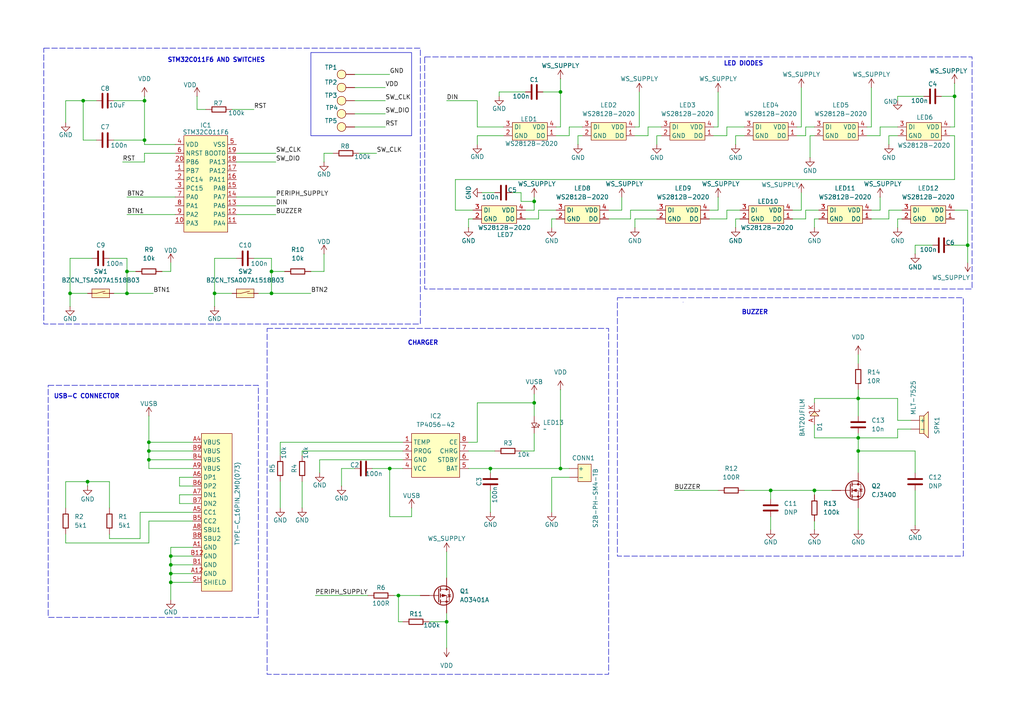
<source format=kicad_sch>
(kicad_sch (version 20231120) (generator "eeschema") (generator_version "8.0")
  (paper "A4")
  (lib_symbols
    (symbol "BornaLibrary:AO3401A" (pin_numbers hide) (pin_names hide)
      (property "Reference" "Q" (at 1.524 -3.556 0))
      (property "Value" "AO3401A" (at 3.556 0 90))
      (symbol "AO3401A_1_1"
        (pin input line (at -7.62 0 0) (length 2.54) (name "G") (number "1"))
        (pin passive line (at 0 5.08 270) (length 2.54) (name "D") (number "2"))
        (pin passive line (at 0 -5.08 90) (length 2.54) (name "S") (number "3"))
      )
    )
    (symbol "BornaLibrary:BAT20JFILM" (pin_names hide)
      (property "Reference" "D" (at 0.762 -2.286 0))
      (property "Value" "BAT20JFILM" (at 0.762 2.54 0))
      (symbol "BAT20JFILM_1_1"
        (pin passive line (at -2.54 0 0) (length 2.54) (name "A") (number "A"))
        (pin passive line (at 3.81 0 180) (length 2.54) (name "K") (number "K"))
      )
    )
    (symbol "BornaLibrary:BZCN_TSA007A1518B03" (pin_numbers hide) (pin_names hide)
      (property "Reference" "SW" (at 0 4.064 0))
      (property "Value" "BZCN_TSA007A1518B03" (at 0 2.286 0))
      (symbol "BZCN_TSA007A1518B03_1_1"
        (pin passive line (at -3.81 0 0) (length 1.27) (name "SW1") (number "1"))
        (pin passive line (at 3.81 0 180) (length 1.27) (name "SW2") (number "2"))
        (pin passive line (at 0 -1.27 0) (length 0) (name "PAD") (number "PAD"))
      )
    )
    (symbol "BornaLibrary:C0603" (pin_numbers hide) (pin_names hide)
      (property "Reference" "C?" (at 0 3.81 0))
      (property "Value" "VALUE" (at 0 -3.81 0))
      (symbol "C0603_1_1"
        (pin passive line (at -2.54 0 0) (length 1.8) (name "~") (number "1"))
        (pin passive line (at 2.54 0 180) (length 1.8) (name "~") (number "2"))
      )
    )
    (symbol "BornaLibrary:C1206" (pin_numbers hide) (pin_names hide)
      (property "Reference" "C?" (at 0 3.81 0))
      (property "Value" "VALUE" (at 0 -3.81 0))
      (symbol "C1206_1_1"
        (pin passive line (at -2.54 0 0) (length 1.8) (name "~") (number "1"))
        (pin passive line (at 2.54 0 180) (length 1.8) (name "~") (number "2"))
      )
    )
    (symbol "BornaLibrary:CJ3400" (pin_numbers hide) (pin_names hide)
      (property "Reference" "Q" (at 1.524 -4.572 0))
      (property "Value" "CJ3400" (at 3.302 0 90))
      (symbol "CJ3400_1_1"
        (pin input line (at -7.62 0 0) (length 2.54) (name "G") (number "1"))
        (pin passive line (at 0 5.08 270) (length 2.54) (name "D") (number "2"))
        (pin passive line (at 0 -5.08 90) (length 2.54) (name "S") (number "3"))
      )
    )
    (symbol "BornaLibrary:LED_0603" (pin_numbers hide) (pin_names hide)
      (property "Reference" "LED" (at 0 -1.778 0))
      (symbol "LED_0603_1_1"
        (pin passive line (at -2.54 0 0) (length 1.27) (name "A") (number "1"))
        (pin passive line (at 2.54 0 180) (length 1.27) (name "K") (number "2"))
      )
    )
    (symbol "BornaLibrary:MLT-7525" (pin_numbers hide) (pin_names (offset 0.002))
      (property "Reference" "SPK" (at 0 -4.572 0))
      (property "Value" "MLT-7525" (at 3.81 0 90))
      (symbol "MLT-7525_1_1"
        (pin passive line (at -2.54 1.27 0) (length 2.54) (name "+") (number "+"))
        (pin passive line (at -2.54 -1.27 0) (length 2.54) (name "-") (number "-"))
      )
    )
    (symbol "BornaLibrary:R0603" (pin_numbers hide) (pin_names hide)
      (property "Reference" "R?" (at 0 2.54 0))
      (property "Value" "VALUE" (at 0 -2.54 0))
      (symbol "R0603_1_1"
        (pin passive line (at -3.81 0 0) (length 1.7) (name "~") (number "1"))
        (pin passive line (at 3.81 0 180) (length 1.7) (name "~") (number "2"))
      )
    )
    (symbol "BornaLibrary:S2B-PH-SM4-TB" (pin_numbers hide) (pin_names (offset 0.002))
      (property "Reference" "CONN" (at 1.778 -3.81 0))
      (property "Value" "S2B-PH-SM4-TB" (at 0.254 3.556 0))
      (symbol "S2B-PH-SM4-TB_1_1"
        (pin input line (at -2.54 1.27 0) (length 2.54) (name "+") (number "+"))
        (pin input line (at -2.54 -1.27 0) (length 2.54) (name "-") (number "-"))
      )
    )
    (symbol "BornaLibrary:STM32C011F6"
      (property "Reference" "IC" (at -5.588 -15.24 0))
      (property "Value" "STM32C011F6" (at 0 14.986 0))
      (symbol "STM32C011F6_1_1"
        (pin passive line (at -8.89 3.81 0) (length 2.54) (name "PB7") (number "1"))
        (pin passive line (at -8.89 -11.43 0) (length 2.54) (name "PA3") (number "10"))
        (pin passive line (at 8.89 -11.43 180) (length 2.54) (name "PA4") (number "11"))
        (pin passive line (at 8.89 -8.89 180) (length 2.54) (name "PA5") (number "12"))
        (pin passive line (at 8.89 -6.35 180) (length 2.54) (name "PA6") (number "13"))
        (pin passive line (at 8.89 -3.81 180) (length 2.54) (name "PA7") (number "14"))
        (pin passive line (at 8.89 -1.27 180) (length 2.54) (name "PA8") (number "15"))
        (pin passive line (at 8.89 1.27 180) (length 2.54) (name "PA11") (number "16"))
        (pin passive line (at 8.89 3.81 180) (length 2.54) (name "PA12") (number "17"))
        (pin passive line (at 8.89 6.35 180) (length 2.54) (name "PA13") (number "18"))
        (pin passive line (at 8.89 8.89 180) (length 2.54) (name "BOOT0") (number "19"))
        (pin passive line (at -8.89 1.27 0) (length 2.54) (name "PC14") (number "2"))
        (pin passive line (at -8.89 6.35 0) (length 2.54) (name "PB6") (number "20"))
        (pin passive line (at -8.89 -1.27 0) (length 2.54) (name "PC15") (number "3"))
        (pin passive line (at -8.89 11.43 0) (length 2.54) (name "VDD") (number "4"))
        (pin passive line (at 8.89 11.43 180) (length 2.54) (name "VSS") (number "5"))
        (pin passive line (at -8.89 8.89 0) (length 2.54) (name "NRST") (number "6"))
        (pin passive line (at -8.89 -3.81 0) (length 2.54) (name "PA0") (number "7"))
        (pin passive line (at -8.89 -6.35 0) (length 2.54) (name "PA1") (number "8"))
        (pin passive line (at -8.89 -8.89 0) (length 2.54) (name "PA2") (number "9"))
      )
    )
    (symbol "BornaLibrary:TP-1_5mm" (pin_numbers hide) (pin_names hide)
      (property "Reference" "TP" (at 0 -1.778 0))
      (symbol "TP-1_5mm_1_1"
        (pin input line (at 1.27 0 180) (length 2.54) (name "TP") (number "1"))
      )
    )
    (symbol "BornaLibrary:TP4056-42"
      (property "Reference" "IC" (at -0.254 7.366 0))
      (property "Value" "TP4056-42" (at -0.254 -7.62 0))
      (symbol "TP4056-42_1_1"
        (pin passive line (at -10.16 3.81 0) (length 2.54) (name "TEMP") (number "1"))
        (pin passive line (at -10.16 1.27 0) (length 2.54) (name "PROG") (number "2"))
        (pin passive line (at -10.16 -1.27 0) (length 2.54) (name "GND") (number "3"))
        (pin passive line (at -10.16 -3.81 0) (length 2.54) (name "VCC") (number "4"))
        (pin passive line (at 8.89 -3.81 180) (length 2.54) (name "BAT") (number "5"))
        (pin passive line (at 8.89 -1.27 180) (length 2.54) (name "STDBY") (number "6"))
        (pin passive line (at 8.89 1.27 180) (length 2.54) (name "CHRG") (number "7"))
        (pin passive line (at 8.89 3.81 180) (length 2.54) (name "CE") (number "8"))
      )
    )
    (symbol "BornaLibrary:TYPE-C_16PIN_2MD(073)"
      (property "Reference" "CONN" (at -0.254 -25.908 0))
      (property "Value" "TYPE-C_16PIN_2MD(073)" (at -0.254 -24.13 0))
      (symbol "TYPE-C_16PIN_2MD(073)_1_1"
        (pin passive line (at -6.35 -10.16 0) (length 2.54) (name "GND") (number "A1"))
        (pin passive line (at -6.35 -17.78 0) (length 2.54) (name "GND") (number "A12"))
        (pin passive line (at -6.35 20.32 0) (length 2.54) (name "VBUS") (number "A4"))
        (pin passive line (at -6.35 0 0) (length 2.54) (name "CC1") (number "A5"))
        (pin passive line (at -6.35 10.16 0) (length 2.54) (name "DP1") (number "A6"))
        (pin passive line (at -6.35 5.08 0) (length 2.54) (name "DN1") (number "A7"))
        (pin passive line (at -6.35 -5.08 0) (length 2.54) (name "SBU1") (number "A8"))
        (pin passive line (at -6.35 12.7 0) (length 2.54) (name "VBUS") (number "A9"))
        (pin passive line (at -6.35 -15.24 0) (length 2.54) (name "GND") (number "B1"))
        (pin passive line (at -6.35 -12.7 0) (length 2.54) (name "GND") (number "B12"))
        (pin passive line (at -6.35 15.24 0) (length 2.54) (name "VBUS") (number "B4"))
        (pin passive line (at -6.35 -2.54 0) (length 2.54) (name "CC2") (number "B5"))
        (pin passive line (at -6.35 7.62 0) (length 2.54) (name "DP2") (number "B6"))
        (pin passive line (at -6.35 2.54 0) (length 2.54) (name "DN2") (number "B7"))
        (pin passive line (at -6.35 -7.62 0) (length 2.54) (name "SBU2") (number "B8"))
        (pin passive line (at -6.35 17.78 0) (length 2.54) (name "VBUS") (number "B9"))
        (pin passive line (at -6.35 -20.32 0) (length 2.54) (name "SHIELD") (number "SH"))
      )
    )
    (symbol "BornaLibrary:WS2812B-2020"
      (property "Reference" "LED" (at 0 3.81 0))
      (property "Value" "WS2812B-2020" (at 0.254 -3.81 0))
      (symbol "WS2812B-2020_1_1"
        (pin passive line (at 7.62 -1.27 180) (length 2.54) (name "DO") (number "1"))
        (pin passive line (at -7.62 -1.27 0) (length 2.54) (name "GND") (number "2"))
        (pin passive line (at -7.62 1.27 0) (length 2.54) (name "DI") (number "3"))
        (pin passive line (at 7.62 1.27 180) (length 2.54) (name "VDD") (number "4"))
      )
    )
    (symbol "power:GND" (power) (pin_numbers hide) (pin_names (offset 0) hide)
      (property "Value" "GND" (at 0 -3.81 0))
      (symbol "GND_1_1"
        (pin power_in line (at 0 0 270) (length 0) (name "~") (number "1"))
      )
    )
    (symbol "power:VCC" (power) (pin_numbers hide) (pin_names (offset 0) hide)
      (property "Value" "VCC" (at 0 3.556 0))
      (symbol "VCC_1_1"
        (pin power_in line (at 0 0 90) (length 0) (name "~") (number "1"))
      )
    )
    (symbol "power:VDD" (power) (pin_numbers hide) (pin_names (offset 0) hide)
      (property "Value" "VDD" (at 0 3.556 0))
      (symbol "VDD_1_1"
        (pin power_in line (at 0 0 90) (length 0) (name "~") (number "1"))
      )
    )
  )
  (junction (at 236.22 142.24))
  (junction (at 248.92 115.57))
  (junction (at 43.18 130.81))
  (junction (at 280.67 71.12))
  (junction (at 49.53 166.37))
  (junction (at 142.24 135.89))
  (junction (at 78.74 85.09))
  (junction (at 41.91 40.64))
  (junction (at 36.83 78.74))
  (junction (at 113.03 135.89))
  (junction (at 248.92 127))
  (junction (at 115.57 172.72))
  (junction (at 78.74 78.74))
  (junction (at 24.13 29.21))
  (junction (at 129.54 180.34))
  (junction (at 62.23 85.09))
  (junction (at 25.4 139.7))
  (junction (at 49.53 163.83))
  (junction (at 248.92 130.81))
  (junction (at 162.56 26.67))
  (junction (at 223.52 142.24))
  (junction (at 154.94 116.84))
  (junction (at 43.18 128.27))
  (junction (at 36.83 85.09))
  (junction (at 43.18 133.35))
  (junction (at 49.53 168.91))
  (junction (at 20.32 85.09))
  (junction (at 162.56 135.89))
  (junction (at 49.53 161.29))
  (junction (at 41.91 29.21))
  (junction (at 154.94 58.42))
  (junction (at 276.86 27.94))
  (wire (pts (xy 36.83 85.09) (xy 44.45 85.09)))
  (wire (pts (xy 151.13 130.81) (xy 154.94 130.81)))
  (wire (pts (xy 43.18 128.27) (xy 55.88 128.27)))
  (wire (pts (xy 78.74 78.74) (xy 78.74 85.09)))
  (wire (pts (xy 25.4 139.7) (xy 25.4 140.97)))
  (wire (pts (xy 52.07 143.51) (xy 52.07 146.05)))
  (wire (pts (xy 55.88 158.75) (xy 49.53 158.75)))
  (wire (pts (xy 24.13 40.64) (xy 24.13 29.21)))
  (wire (pts (xy 261.62 63.5) (xy 260.35 63.5)))
  (wire (pts (xy 162.56 135.89) (xy 165.1 135.89)))
  (wire (pts (xy 129.54 29.21) (xy 138.43 29.21)))
  (wire (pts (xy 168.91 39.37) (xy 167.64 39.37)))
  (wire (pts (xy 104.14 44.45) (xy 109.22 44.45)))
  (wire (pts (xy 113.03 135.89) (xy 113.03 149.86)))
  (wire (pts (xy 57.15 27.94) (xy 57.15 31.75)))
  (wire (pts (xy 265.43 142.24) (xy 265.43 152.4)))
  (wire (pts (xy 205.74 63.5) (xy 210.82 63.5)))
  (wire (pts (xy 210.82 36.83) (xy 215.9 36.83)))
  (wire (pts (xy 31.75 147.32) (xy 31.75 139.7)))
  (wire (pts (xy 232.41 55.88) (xy 232.41 60.96)))
  (wire (pts (xy 43.18 130.81) (xy 55.88 130.81)))
  (wire (pts (xy 43.18 157.48) (xy 19.05 157.48)))
  (wire (pts (xy 195.58 142.24) (xy 208.28 142.24)))
  (wire (pts (xy 33.02 29.21) (xy 41.91 29.21)))
  (wire (pts (xy 87.63 130.81) (xy 87.63 132.08)))
  (wire (pts (xy 78.74 85.09) (xy 90.17 85.09)))
  (wire (pts (xy 142.24 135.89) (xy 162.56 135.89)))
  (wire (pts (xy 146.05 39.37) (xy 138.43 39.37)))
  (wire (pts (xy 135.89 135.89) (xy 142.24 135.89)))
  (wire (pts (xy 27.94 40.64) (xy 24.13 40.64)))
  (wire (pts (xy 234.95 39.37) (xy 234.95 45.72)))
  (wire (pts (xy 187.96 36.83) (xy 191.77 36.83)))
  (wire (pts (xy 41.91 29.21) (xy 41.91 40.64)))
  (wire (pts (xy 91.44 172.72) (xy 106.68 172.72)))
  (wire (pts (xy 229.87 63.5) (xy 233.68 63.5)))
  (wire (pts (xy 129.54 177.8) (xy 129.54 180.34)))
  (wire (pts (xy 231.14 36.83) (xy 232.41 36.83)))
  (wire (pts (xy 233.68 39.37) (xy 233.68 36.83)))
  (wire (pts (xy 184.15 63.5) (xy 184.15 66.04)))
  (wire (pts (xy 31.75 139.7) (xy 25.4 139.7)))
  (wire (pts (xy 233.68 60.96) (xy 237.49 60.96)))
  (wire (pts (xy 257.81 39.37) (xy 257.81 41.91)))
  (wire (pts (xy 142.24 142.24) (xy 142.24 148.59)))
  (wire (pts (xy 36.83 78.74) (xy 39.37 78.74)))
  (wire (pts (xy 248.92 102.87) (xy 248.92 105.41)))
  (wire (pts (xy 68.58 59.69) (xy 80.01 59.69)))
  (wire (pts (xy 36.83 62.23) (xy 50.8 62.23)))
  (wire (pts (xy 210.82 63.5) (xy 210.82 60.96)))
  (wire (pts (xy 49.53 166.37) (xy 49.53 168.91)))
  (wire (pts (xy 162.56 113.03) (xy 162.56 135.89)))
  (wire (pts (xy 176.53 60.96) (xy 180.34 60.96)))
  (wire (pts (xy 55.88 135.89) (xy 43.18 135.89)))
  (wire (pts (xy 273.05 27.94) (xy 276.86 27.94)))
  (wire (pts (xy 43.18 128.27) (xy 43.18 130.81)))
  (wire (pts (xy 205.74 60.96) (xy 208.28 60.96)))
  (wire (pts (xy 26.67 74.93) (xy 20.32 74.93)))
  (wire (pts (xy 102.87 29.21) (xy 111.76 29.21)))
  (wire (pts (xy 160.02 63.5) (xy 160.02 66.04)))
  (wire (pts (xy 92.71 133.35) (xy 92.71 137.16)))
  (wire (pts (xy 49.53 161.29) (xy 55.88 161.29)))
  (wire (pts (xy 67.31 31.75) (xy 73.66 31.75)))
  (wire (pts (xy 236.22 39.37) (xy 234.95 39.37)))
  (wire (pts (xy 236.22 142.24) (xy 236.22 143.51)))
  (wire (pts (xy 157.48 26.67) (xy 162.56 26.67)))
  (wire (pts (xy 162.56 26.67) (xy 162.56 36.83)))
  (wire (pts (xy 161.29 39.37) (xy 165.1 39.37)))
  (wire (pts (xy 275.59 71.12) (xy 280.67 71.12)))
  (wire (pts (xy 260.35 127) (xy 260.35 124.46)))
  (wire (pts (xy 33.02 40.64) (xy 41.91 40.64)))
  (wire (pts (xy 154.94 130.81) (xy 154.94 125.73)))
  (wire (pts (xy 223.52 142.24) (xy 236.22 142.24)))
  (wire (pts (xy 187.96 39.37) (xy 187.96 36.83)))
  (wire (pts (xy 251.46 36.83) (xy 252.73 36.83)))
  (wire (pts (xy 154.94 60.96) (xy 154.94 58.42)))
  (wire (pts (xy 68.58 44.45) (xy 80.01 44.45)))
  (wire (pts (xy 81.28 128.27) (xy 81.28 132.08)))
  (wire (pts (xy 62.23 85.09) (xy 62.23 88.9)))
  (wire (pts (xy 132.08 60.96) (xy 137.16 60.96)))
  (wire (pts (xy 43.18 151.13) (xy 43.18 157.48)))
  (wire (pts (xy 236.22 151.13) (xy 236.22 153.67)))
  (wire (pts (xy 31.75 74.93) (xy 36.83 74.93)))
  (wire (pts (xy 151.13 58.42) (xy 154.94 58.42)))
  (wire (pts (xy 52.07 146.05) (xy 55.88 146.05)))
  (wire (pts (xy 87.63 130.81) (xy 116.84 130.81)))
  (wire (pts (xy 55.88 148.59) (xy 40.64 148.59)))
  (wire (pts (xy 223.52 149.86) (xy 223.52 153.67)))
  (wire (pts (xy 55.88 138.43) (xy 52.07 138.43)))
  (wire (pts (xy 215.9 142.24) (xy 223.52 142.24)))
  (wire (pts (xy 236.22 63.5) (xy 236.22 66.04)))
  (wire (pts (xy 59.69 31.75) (xy 57.15 31.75)))
  (wire (pts (xy 161.29 63.5) (xy 160.02 63.5)))
  (wire (pts (xy 152.4 26.67) (xy 144.78 26.67)))
  (wire (pts (xy 36.83 78.74) (xy 36.83 85.09)))
  (wire (pts (xy 213.36 63.5) (xy 213.36 66.04)))
  (wire (pts (xy 210.82 60.96) (xy 214.63 60.96)))
  (wire (pts (xy 19.05 139.7) (xy 25.4 139.7)))
  (wire (pts (xy 55.88 151.13) (xy 43.18 151.13)))
  (wire (pts (xy 49.53 166.37) (xy 55.88 166.37)))
  (wire (pts (xy 81.28 128.27) (xy 116.84 128.27)))
  (wire (pts (xy 129.54 180.34) (xy 129.54 187.96)))
  (wire (pts (xy 280.67 60.96) (xy 280.67 71.12)))
  (wire (pts (xy 135.89 63.5) (xy 135.89 66.04)))
  (wire (pts (xy 236.22 142.24) (xy 241.3 142.24)))
  (wire (pts (xy 248.92 147.32) (xy 248.92 153.67)))
  (wire (pts (xy 40.64 148.59) (xy 40.64 156.21)))
  (wire (pts (xy 213.36 39.37) (xy 213.36 41.91)))
  (wire (pts (xy 248.92 113.03) (xy 248.92 115.57)))
  (wire (pts (xy 154.94 58.42) (xy 154.94 57.15)))
  (wire (pts (xy 93.98 73.66) (xy 93.98 78.74)))
  (wire (pts (xy 36.83 57.15) (xy 50.8 57.15)))
  (wire (pts (xy 107.95 135.89) (xy 113.03 135.89)))
  (wire (pts (xy 99.06 135.89) (xy 99.06 140.97)))
  (wire (pts (xy 132.08 52.07) (xy 132.08 60.96)))
  (wire (pts (xy 50.8 44.45) (xy 41.91 44.45)))
  (wire (pts (xy 74.93 85.09) (xy 78.74 85.09)))
  (wire (pts (xy 113.03 149.86) (xy 119.38 149.86)))
  (wire (pts (xy 248.92 127) (xy 260.35 127)))
  (wire (pts (xy 248.92 130.81) (xy 248.92 137.16)))
  (wire (pts (xy 19.05 29.21) (xy 24.13 29.21)))
  (wire (pts (xy 265.43 71.12) (xy 265.43 73.66)))
  (wire (pts (xy 102.87 25.4) (xy 111.76 25.4)))
  (wire (pts (xy 232.41 25.4) (xy 232.41 36.83)))
  (wire (pts (xy 78.74 78.74) (xy 82.55 78.74)))
  (wire (pts (xy 90.17 78.74) (xy 93.98 78.74)))
  (wire (pts (xy 260.35 115.57) (xy 260.35 121.92)))
  (wire (pts (xy 167.64 39.37) (xy 167.64 41.91)))
  (wire (pts (xy 255.27 57.15) (xy 255.27 60.96)))
  (wire (pts (xy 280.67 71.12) (xy 280.67 76.2)))
  (wire (pts (xy 138.43 116.84) (xy 154.94 116.84)))
  (wire (pts (xy 165.1 138.43) (xy 160.02 138.43)))
  (wire (pts (xy 49.53 168.91) (xy 55.88 168.91)))
  (wire (pts (xy 152.4 63.5) (xy 156.21 63.5)))
  (wire (pts (xy 114.3 172.72) (xy 115.57 172.72)))
  (wire (pts (xy 210.82 39.37) (xy 210.82 36.83)))
  (wire (pts (xy 185.42 26.67) (xy 185.42 36.83)))
  (wire (pts (xy 236.22 115.57) (xy 248.92 115.57)))
  (wire (pts (xy 142.24 135.89) (xy 142.24 137.16)))
  (wire (pts (xy 276.86 60.96) (xy 280.67 60.96)))
  (wire (pts (xy 223.52 142.24) (xy 223.52 144.78)))
  (wire (pts (xy 248.92 127) (xy 248.92 130.81)))
  (wire (pts (xy 146.05 36.83) (xy 138.43 36.83)))
  (wire (pts (xy 207.01 36.83) (xy 208.28 36.83)))
  (wire (pts (xy 248.92 125.73) (xy 248.92 127)))
  (wire (pts (xy 208.28 57.15) (xy 208.28 60.96)))
  (wire (pts (xy 62.23 74.93) (xy 62.23 85.09)))
  (wire (pts (xy 102.87 21.59) (xy 113.03 21.59)))
  (wire (pts (xy 138.43 39.37) (xy 138.43 41.91)))
  (wire (pts (xy 276.86 52.07) (xy 132.08 52.07)))
  (wire (pts (xy 165.1 39.37) (xy 165.1 36.83)))
  (wire (pts (xy 275.59 39.37) (xy 276.86 39.37)))
  (wire (pts (xy 24.13 29.21) (xy 27.94 29.21)))
  (wire (pts (xy 260.35 27.94) (xy 260.35 29.21)))
  (wire (pts (xy 231.14 39.37) (xy 233.68 39.37)))
  (wire (pts (xy 49.53 161.29) (xy 49.53 163.83)))
  (wire (pts (xy 124.46 180.34) (xy 129.54 180.34)))
  (wire (pts (xy 50.8 41.91) (xy 41.91 41.91)))
  (wire (pts (xy 270.51 71.12) (xy 265.43 71.12)))
  (wire (pts (xy 62.23 85.09) (xy 67.31 85.09)))
  (wire (pts (xy 43.18 133.35) (xy 43.18 135.89)))
  (wire (pts (xy 233.68 36.83) (xy 236.22 36.83)))
  (wire (pts (xy 215.9 39.37) (xy 213.36 39.37)))
  (wire (pts (xy 156.21 63.5) (xy 156.21 60.96)))
  (wire (pts (xy 33.02 85.09) (xy 36.83 85.09)))
  (wire (pts (xy 144.78 26.67) (xy 144.78 27.94)))
  (wire (pts (xy 248.92 127) (xy 236.22 127)))
  (wire (pts (xy 49.53 168.91) (xy 49.53 173.99)))
  (wire (pts (xy 49.53 76.2) (xy 49.53 78.74)))
  (wire (pts (xy 260.35 124.46) (xy 264.16 124.46)))
  (wire (pts (xy 49.53 163.83) (xy 49.53 166.37)))
  (wire (pts (xy 52.07 140.97) (xy 55.88 140.97)))
  (wire (pts (xy 35.56 46.99) (xy 41.91 46.99)))
  (wire (pts (xy 154.94 116.84) (xy 154.94 120.65)))
  (wire (pts (xy 236.22 123.19) (xy 236.22 127)))
  (wire (pts (xy 191.77 39.37) (xy 190.5 39.37)))
  (wire (pts (xy 49.53 158.75) (xy 49.53 161.29)))
  (wire (pts (xy 49.53 163.83) (xy 55.88 163.83)))
  (wire (pts (xy 162.56 22.86) (xy 162.56 26.67)))
  (wire (pts (xy 276.86 27.94) (xy 276.86 36.83)))
  (wire (pts (xy 87.63 139.7) (xy 87.63 147.32)))
  (wire (pts (xy 208.28 26.67) (xy 208.28 36.83)))
  (wire (pts (xy 260.35 39.37) (xy 257.81 39.37)))
  (wire (pts (xy 255.27 39.37) (xy 255.27 36.83)))
  (wire (pts (xy 68.58 46.99) (xy 80.01 46.99)))
  (wire (pts (xy 248.92 130.81) (xy 265.43 130.81)))
  (wire (pts (xy 43.18 120.65) (xy 43.18 128.27)))
  (wire (pts (xy 252.73 60.96) (xy 255.27 60.96)))
  (wire (pts (xy 41.91 27.94) (xy 41.91 29.21)))
  (wire (pts (xy 19.05 157.48) (xy 19.05 154.94)))
  (wire (pts (xy 180.34 57.15) (xy 180.34 60.96)))
  (wire (pts (xy 156.21 60.96) (xy 161.29 60.96)))
  (wire (pts (xy 116.84 180.34) (xy 115.57 180.34)))
  (wire (pts (xy 260.35 63.5) (xy 260.35 66.04)))
  (wire (pts (xy 237.49 63.5) (xy 236.22 63.5)))
  (wire (pts (xy 275.59 36.83) (xy 276.86 36.83)))
  (wire (pts (xy 68.58 62.23) (xy 80.01 62.23)))
  (wire (pts (xy 102.87 135.89) (xy 99.06 135.89)))
  (wire (pts (xy 152.4 60.96) (xy 154.94 60.96)))
  (wire (pts (xy 248.92 115.57) (xy 260.35 115.57)))
  (wire (pts (xy 68.58 74.93) (xy 62.23 74.93)))
  (wire (pts (xy 46.99 78.74) (xy 49.53 78.74)))
  (wire (pts (xy 229.87 60.96) (xy 232.41 60.96)))
  (wire (pts (xy 81.28 139.7) (xy 81.28 147.32)))
  (wire (pts (xy 176.53 63.5) (xy 182.88 63.5)))
  (wire (pts (xy 251.46 39.37) (xy 255.27 39.37)))
  (wire (pts (xy 113.03 135.89) (xy 116.84 135.89)))
  (wire (pts (xy 52.07 138.43) (xy 52.07 140.97)))
  (wire (pts (xy 257.81 60.96) (xy 261.62 60.96)))
  (wire (pts (xy 41.91 40.64) (xy 41.91 41.91)))
  (wire (pts (xy 264.16 121.92) (xy 260.35 121.92)))
  (wire (pts (xy 184.15 39.37) (xy 187.96 39.37)))
  (wire (pts (xy 148.59 55.88) (xy 151.13 55.88)))
  (wire (pts (xy 160.02 138.43) (xy 160.02 148.59)))
  (wire (pts (xy 257.81 63.5) (xy 257.81 60.96)))
  (wire (pts (xy 137.16 63.5) (xy 135.89 63.5)))
  (wire (pts (xy 139.7 55.88) (xy 143.51 55.88)))
  (wire (pts (xy 182.88 60.96) (xy 190.5 60.96)))
  (wire (pts (xy 116.84 133.35) (xy 92.71 133.35)))
  (wire (pts (xy 138.43 128.27) (xy 138.43 116.84)))
  (wire (pts (xy 154.94 114.3) (xy 154.94 116.84)))
  (wire (pts (xy 252.73 63.5) (xy 257.81 63.5)))
  (wire (pts (xy 135.89 130.81) (xy 143.51 130.81)))
  (wire (pts (xy 151.13 55.88) (xy 151.13 58.42)))
  (wire (pts (xy 252.73 25.4) (xy 252.73 36.83)))
  (wire (pts (xy 236.22 116.84) (xy 236.22 115.57)))
  (wire (pts (xy 214.63 63.5) (xy 213.36 63.5)))
  (wire (pts (xy 129.54 160.02) (xy 129.54 167.64)))
  (wire (pts (xy 55.88 143.51) (xy 52.07 143.51)))
  (wire (pts (xy 19.05 29.21) (xy 19.05 35.56)))
  (wire (pts (xy 41.91 44.45) (xy 41.91 46.99)))
  (wire (pts (xy 20.32 74.93) (xy 20.32 85.09)))
  (wire (pts (xy 102.87 36.83) (xy 111.76 36.83)))
  (wire (pts (xy 135.89 128.27) (xy 138.43 128.27)))
  (wire (pts (xy 20.32 85.09) (xy 20.32 88.9)))
  (wire (pts (xy 31.75 156.21) (xy 31.75 154.94)))
  (wire (pts (xy 276.86 24.13) (xy 276.86 27.94)))
  (wire (pts (xy 190.5 63.5) (xy 184.15 63.5)))
  (wire (pts (xy 255.27 36.83) (xy 260.35 36.83)))
  (wire (pts (xy 19.05 147.32) (xy 19.05 139.7)))
  (wire (pts (xy 96.52 44.45) (xy 93.98 44.45)))
  (wire (pts (xy 115.57 172.72) (xy 121.92 172.72)))
  (wire (pts (xy 190.5 39.37) (xy 190.5 41.91)))
  (wire (pts (xy 161.29 36.83) (xy 162.56 36.83)))
  (wire (pts (xy 73.66 74.93) (xy 78.74 74.93)))
  (wire (pts (xy 102.87 33.02) (xy 111.76 33.02)))
  (wire (pts (xy 93.98 44.45) (xy 93.98 46.99)))
  (wire (pts (xy 68.58 57.15) (xy 80.01 57.15)))
  (wire (pts (xy 165.1 36.83) (xy 168.91 36.83)))
  (wire (pts (xy 115.57 172.72) (xy 115.57 180.34)))
  (wire (pts (xy 182.88 63.5) (xy 182.88 60.96)))
  (wire (pts (xy 43.18 133.35) (xy 55.88 133.35)))
  (wire (pts (xy 25.4 85.09) (xy 20.32 85.09)))
  (wire (pts (xy 248.92 115.57) (xy 248.92 120.65)))
  (wire (pts (xy 233.68 63.5) (xy 233.68 60.96)))
  (wire (pts (xy 267.97 27.94) (xy 260.35 27.94)))
  (wire (pts (xy 184.15 36.83) (xy 185.42 36.83)))
  (wire (pts (xy 36.83 74.93) (xy 36.83 78.74)))
  (wire (pts (xy 40.64 156.21) (xy 31.75 156.21)))
  (wire (pts (xy 276.86 39.37) (xy 276.86 52.07)))
  (wire (pts (xy 43.18 130.81) (xy 43.18 133.35)))
  (wire (pts (xy 265.43 130.81) (xy 265.43 137.16)))
  (wire (pts (xy 207.01 39.37) (xy 210.82 39.37)))
  (wire (pts (xy 138.43 29.21) (xy 138.43 36.83)))
  (wire (pts (xy 119.38 147.32) (xy 119.38 149.86)))
  (wire (pts (xy 78.74 74.93) (xy 78.74 78.74)))
  (rectangle (start 13.97 111.76) (end 74.93 179.07) (stroke (width 0) (type dash)))
  (rectangle (start 123.19 16.51) (end 281.94 83.82) (stroke (width 0) (type dash)))
  (rectangle (start 198.12 87.63) (end 198.12 87.63))
  (rectangle (start 90.17 15.24) (end 119.38 39.37))
  (rectangle (start 12.7 13.97) (end 121.92 93.98) (stroke (width 0) (type dash)))
  (rectangle (start 179.07 86.36) (end 279.4 161.29) (stroke (width 0) (type dash)))
  (rectangle (start 77.47 95.25) (end 176.53 195.58) (stroke (width 0) (type dash)))
  (text "BUZZER" (at 218.948 90.678 0) (effects (font (size 1.27 1.27) (thickness 0.254) (bold yes))))
  (text "CHARGER" (at 122.682 99.568 0) (effects (font (size 1.27 1.27) (thickness 0.254) (bold yes))))
  (text "STM32C011F6 AND SWITCHES\n" (at 62.738 17.526 0) (effects (font (size 1.27 1.27) (thickness 0.254) (bold yes))))
  (text "LED DIODES\n" (at 215.646 18.542 0) (effects (font (size 1.27 1.27) (thickness 0.254) (bold yes))))
  (text "USB-C CONNECTOR" (at 25.146 115.062 0) (effects (font (size 1.27 1.27) (thickness 0.254) (bold yes))))
  (label "PERIPH_SUPPLY" (at 91.44 172.72 0))
  (label "PERIPH_SUPPLY" (at 80.01 57.15 0))
  (label "BTN2" (at 36.83 57.15 0))
  (label "BUZZER" (at 195.58 142.24 0))
  (label "SW_DIO" (at 80.01 46.99 0))
  (label "DIN" (at 80.01 59.69 0))
  (label "SW_CLK" (at 80.01 44.45 0))
  (label "RST" (at 73.66 31.75 0))
  (label "SW_DIO" (at 111.76 33.02 0))
  (label "BUZZER" (at 80.01 62.23 0))
  (label "VDD" (at 111.76 25.4 0))
  (label "GND" (at 113.03 21.59 0))
  (label "DIN" (at 129.54 29.21 0))
  (label "SW_CLK" (at 109.22 44.45 0))
  (label "RST" (at 111.76 36.83 0))
  (label "SW_CLK" (at 111.76 29.21 0))
  (label "BTN1" (at 36.83 62.23 0))
  (label "BTN2" (at 90.17 85.09 0))
  (label "RST" (at 35.56 46.99 0))
  (label "BTN1" (at 44.45 85.09 0))
  (symbol (lib_id "power:GND") (at 62.23 88.9 0) (unit 1)
    (property "Reference" "#PWR047" (effects (hide yes)))
    (property "Value" "GND" (at 62.23 92.456 0))
    (property "Description" "Power symbol creates a global label with name \"GND\" , ground" (effects (hide yes)))
  )
  (symbol (lib_id "power:VCC") (at 57.15 27.94 0) (unit 1)
    (property "Reference" "#PWR043" (effects (hide yes)))
    (property "Value" "VDD" (at 55.118 24.638 0))
    (property "Description" "Power symbol creates a global label with name \"VCC\"" (effects (hide yes)))
  )
  (symbol (lib_id "power:GND") (at 99.06 140.97 0) (unit 1)
    (property "Reference" "#PWR018" (effects (hide yes)))
    (property "Value" "GND" (at 99.06 144.526 0))
    (property "Description" "Power symbol creates a global label with name \"GND\" , ground" (effects (hide yes)))
  )
  (symbol (lib_id "BornaLibrary:TP-1_5mm") (at 101.6 36.83 0) (unit 1)
    (property "Reference" "TP5" (at 96.012 35.052 0))
    (property "Footprint" "BornaKiCad:TP-1_5mm" (effects (hide yes)))
  )
  (symbol (lib_id "BornaLibrary:R0603") (at 120.65 180.34 0) (unit 1)
    (property "Reference" "R11" (at 120.65 178.054 0))
    (property "Value" "100k" (at 125.222 181.356 0))
    (property "Footprint" "BornaKiCad:R0603" (effects (hide yes)))
  )
  (symbol (lib_id "BornaLibrary:WS2812B-2020") (at 144.78 62.23 0) (unit 1)
    (property "Reference" "LED7" (at 146.558 68.072 0))
    (property "Value" "WS2812B-2020" (at 146.304 66.04 0))
    (property "Footprint" "BornaKiCad:WS2812B-2020" (effects (hide yes)))
  )
  (symbol (lib_id "power:GND") (at 248.92 153.67 0) (unit 1)
    (property "Reference" "#PWR053" (effects (hide yes)))
    (property "Value" "GND" (at 248.92 157.226 0))
    (property "Description" "Power symbol creates a global label with name \"GND\" , ground" (effects (hide yes)))
  )
  (symbol (lib_id "power:GND") (at 49.53 173.99 0) (unit 1)
    (property "Reference" "#PWR013" (effects (hide yes)))
    (property "Value" "GND" (at 49.53 177.546 0))
    (property "Description" "Power symbol creates a global label with name \"GND\" , ground" (effects (hide yes)))
  )
  (symbol (lib_id "power:GND") (at 93.98 46.99 0) (unit 1)
    (property "Reference" "#PWR044" (effects (hide yes)))
    (property "Value" "GND" (at 93.98 50.546 0))
    (property "Description" "Power symbol creates a global label with name \"GND\" , ground" (effects (hide yes)))
  )
  (symbol (lib_id "BornaLibrary:C0603") (at 265.43 139.7 90) (unit 1)
    (property "Reference" "C12" (at 269.24 138.4299 90) (effects (justify right)))
    (property "Value" "DNP" (at 269.24 140.9699 90) (effects (justify right)))
    (property "Footprint" "BornaKiCad:C0603" (effects (hide yes)))
  )
  (symbol (lib_id "BornaLibrary:WS2812B-2020") (at 269.24 62.23 0) (unit 1)
    (property "Reference" "LED12" (at 269.24 54.61 0))
    (property "Value" "WS2812B-2020" (at 269.24 57.15 0))
    (property "Footprint" "BornaKiCad:WS2812B-2020" (effects (hide yes)))
  )
  (symbol (lib_id "power:VDD") (at 280.67 76.2 180) (unit 1)
    (property "Reference" "#PWR041" (effects (hide yes)))
    (property "Value" "WS_SUPPLY" (at 275.844 80.518 0))
    (property "Description" "Power symbol creates a global label with name \"VDD\"" (effects (hide yes)))
  )
  (symbol (lib_id "BornaLibrary:WS2812B-2020") (at 198.12 62.23 0) (unit 1)
    (property "Reference" "LED9" (at 198.12 54.61 0))
    (property "Value" "WS2812B-2020" (at 198.12 57.15 0))
    (property "Footprint" "BornaKiCad:WS2812B-2020" (effects (hide yes)))
  )
  (symbol (lib_id "power:GND") (at 184.15 66.04 0) (unit 1)
    (property "Reference" "#PWR09" (effects (hide yes)))
    (property "Value" "GND" (at 184.15 69.85 0))
    (property "Description" "Power symbol creates a global label with name \"GND\" , ground" (effects (hide yes)))
  )
  (symbol (lib_id "BornaLibrary:WS2812B-2020") (at 222.25 62.23 0) (unit 1)
    (property "Reference" "LED10" (at 222.758 58.42 0))
    (property "Value" "WS2812B-2020" (at 222.504 66.04 0))
    (property "Footprint" "BornaKiCad:WS2812B-2020" (effects (hide yes)))
  )
  (symbol (lib_id "power:GND") (at 265.43 152.4 0) (unit 1)
    (property "Reference" "#PWR054" (effects (hide yes)))
    (property "Value" "GND" (at 265.43 155.956 0))
    (property "Description" "Power symbol creates a global label with name \"GND\" , ground" (effects (hide yes)))
  )
  (symbol (lib_id "BornaLibrary:C0603") (at 29.21 74.93 0) (unit 1)
    (property "Reference" "C9" (at 29.21 71.12 0))
    (property "Value" "100n" (at 33.274 76.454 0))
    (property "Footprint" "BornaKiCad:C0603" (effects (hide yes)))
  )
  (symbol (lib_id "power:GND") (at 25.4 140.97 0) (unit 1)
    (property "Reference" "#PWR015" (effects (hide yes)))
    (property "Value" "GND" (at 25.4 144.78 0))
    (property "Description" "Power symbol creates a global label with name \"GND\" , ground" (effects (hide yes)))
  )
  (symbol (lib_id "power:VDD") (at 154.94 57.15 0) (unit 1)
    (property "Reference" "#PWR034" (effects (hide yes)))
    (property "Value" "WS_SUPPLY" (at 155.702 53.34 0))
    (property "Description" "Power symbol creates a global label with name \"VDD\"" (effects (hide yes)))
  )
  (symbol (lib_id "BornaLibrary:BAT20JFILM") (at 236.22 120.65 90) (unit 1)
    (property "Reference" "D1" (at 237.744 122.428 0) (effects (justify right)))
    (property "Value" "BAT20JFILM" (at 232.664 115.57 0) (effects (justify right)))
    (property "Footprint" "BornaKiCad:SOD323" (effects (hide yes)))
  )
  (symbol (lib_id "power:GND") (at 144.78 27.94 0) (unit 1)
    (property "Reference" "#PWR032" (effects (hide yes)))
    (property "Value" "GND" (at 144.78 31.496 0))
    (property "Description" "Power symbol creates a global label with name \"GND\" , ground" (effects (hide yes)))
  )
  (symbol (lib_id "BornaLibrary:C0603") (at 270.51 27.94 0) (unit 1)
    (property "Reference" "C4" (at 270.51 24.384 0))
    (property "Value" "100n" (at 266.7 29.21 0))
    (property "Footprint" "BornaKiCad:C0603" (effects (hide yes)))
  )
  (symbol (lib_id "BornaLibrary:WS2812B-2020") (at 223.52 38.1 0) (unit 1)
    (property "Reference" "LED4" (at 223.52 30.48 0))
    (property "Value" "WS2812B-2020" (at 223.52 33.02 0))
    (property "Footprint" "BornaKiCad:WS2812B-2020" (effects (hide yes)))
  )
  (symbol (lib_id "power:GND") (at 81.28 147.32 0) (unit 1)
    (property "Reference" "#PWR025" (effects (hide yes)))
    (property "Value" "GND" (at 81.28 150.876 0))
    (property "Description" "Power symbol creates a global label with name \"GND\" , ground" (effects (hide yes)))
  )
  (symbol (lib_id "power:VDD") (at 248.92 102.87 0) (unit 1)
    (property "Reference" "#PWR055" (effects (hide yes)))
    (property "Value" "VDD" (at 248.92 97.79 0))
    (property "Description" "Power symbol creates a global label with name \"VDD\"" (effects (hide yes)))
  )
  (symbol (lib_id "power:VCC") (at 93.98 73.66 0) (unit 1)
    (property "Reference" "#PWR048" (effects (hide yes)))
    (property "Value" "VDD" (at 93.98 70.104 0))
    (property "Description" "Power symbol creates a global label with name \"VCC\"" (effects (hide yes)))
  )
  (symbol (lib_id "BornaLibrary:C0603") (at 30.48 40.64 0) (unit 1)
    (property "Reference" "C7" (at 30.48 36.83 0))
    (property "Value" "100n" (at 34.544 42.164 0))
    (property "Footprint" "BornaKiCad:C0603" (effects (hide yes)))
  )
  (symbol (lib_id "power:VDD") (at 255.27 57.15 0) (unit 1)
    (property "Reference" "#PWR039" (effects (hide yes)))
    (property "Value" "WS_SUPPLY" (at 256.032 53.34 0))
    (property "Description" "Power symbol creates a global label with name \"VDD\"" (effects (hide yes)))
  )
  (symbol (lib_id "BornaLibrary:C1206") (at 30.48 29.21 0) (unit 1)
    (property "Reference" "C8" (at 30.48 25.654 0))
    (property "Value" "10uF" (at 34.036 30.48 0))
    (property "Footprint" "BornaKiCad:C1206" (effects (hide yes)))
  )
  (symbol (lib_id "power:GND") (at 190.5 41.91 0) (unit 1)
    (property "Reference" "#PWR03" (effects (hide yes)))
    (property "Value" "GND" (at 190.5 45.72 0))
    (property "Description" "Power symbol creates a global label with name \"GND\" , ground" (effects (hide yes)))
  )
  (symbol (lib_id "BornaLibrary:WS2812B-2020") (at 153.67 38.1 0) (unit 1)
    (property "Reference" "LED1" (at 153.416 34.544 0))
    (property "Value" "WS2812B-2020" (at 154.178 41.656 0))
    (property "Footprint" "BornaKiCad:WS2812B-2020" (effects (hide yes)))
  )
  (symbol (lib_id "BornaLibrary:R0603") (at 87.63 135.89 90) (unit 1)
    (property "Reference" "R4" (at 85.344 135.89 0))
    (property "Value" "10k" (at 88.646 131.318 0))
    (property "Footprint" "BornaKiCad:R0603" (effects (hide yes)))
  )
  (symbol (lib_id "BornaLibrary:R0603") (at 110.49 172.72 0) (unit 1)
    (property "Reference" "R6" (at 110.49 170.434 0))
    (property "Value" "100R" (at 110.49 175.006 0))
    (property "Footprint" "BornaKiCad:R0603" (effects (hide yes)))
  )
  (symbol (lib_id "power:GND") (at 260.35 66.04 0) (unit 1)
    (property "Reference" "#PWR012" (effects (hide yes)))
    (property "Value" "GND" (at 260.35 69.85 0))
    (property "Description" "Power symbol creates a global label with name \"GND\" , ground" (effects (hide yes)))
  )
  (symbol (lib_id "power:VCC") (at 49.53 76.2 0) (unit 1)
    (property "Reference" "#PWR046" (effects (hide yes)))
    (property "Value" "VDD" (at 49.53 72.644 0))
    (property "Description" "Power symbol creates a global label with name \"VCC\"" (effects (hide yes)))
  )
  (symbol (lib_id "power:VDD") (at 276.86 24.13 0) (unit 1)
    (property "Reference" "#PWR030" (effects (hide yes)))
    (property "Value" "WS_SUPPLY" (at 275.082 20.574 0))
    (property "Description" "Power symbol creates a global label with name \"VDD\"" (effects (hide yes)))
  )
  (symbol (lib_id "power:GND") (at 87.63 147.32 0) (unit 1)
    (property "Reference" "#PWR026" (effects (hide yes)))
    (property "Value" "GND" (at 87.63 150.876 0))
    (property "Description" "Power symbol creates a global label with name \"GND\" , ground" (effects (hide yes)))
  )
  (symbol (lib_id "power:GND") (at 138.43 41.91 0) (unit 1)
    (property "Reference" "#PWR01" (effects (hide yes)))
    (property "Value" "GND" (at 138.43 45.466 0))
    (property "Description" "Power symbol creates a global label with name \"GND\" , ground" (effects (hide yes)))
  )
  (symbol (lib_id "power:GND") (at 213.36 66.04 0) (unit 1)
    (property "Reference" "#PWR010" (effects (hide yes)))
    (property "Value" "GND" (at 213.36 69.85 0))
    (property "Description" "Power symbol creates a global label with name \"GND\" , ground" (effects (hide yes)))
  )
  (symbol (lib_id "power:VCC") (at 154.94 114.3 0) (unit 1)
    (property "Reference" "#PWR021" (effects (hide yes)))
    (property "Value" "VUSB" (at 154.94 110.744 0))
    (property "Description" "Power symbol creates a global label with name \"VCC\"" (effects (hide yes)))
  )
  (symbol (lib_id "BornaLibrary:MLT-7525") (at 266.7 123.19 0) (unit 1)
    (property "Reference" "SPK1" (at 271.78 125.984 90) (effects (justify left)))
    (property "Value" "MLT-7525" (at 264.922 120.396 90) (effects (justify left)))
    (property "Footprint" "BornaKiCad:MTL-7525" (effects (hide yes)))
  )
  (symbol (lib_id "BornaLibrary:C0603") (at 248.92 123.19 90) (unit 1)
    (property "Reference" "C13" (at 252.73 121.9199 90) (effects (justify right)))
    (property "Value" "10n" (at 252.73 124.4599 90) (effects (justify right)))
    (property "Footprint" "BornaKiCad:C0603" (effects (hide yes)))
  )
  (symbol (lib_id "BornaLibrary:LED_0603") (at 154.94 123.19 270) (unit 1)
    (property "Reference" "LED13" (at 157.48 122.5549 90) (effects (justify left)))
    (property "Value" "~" (at 157.48 124.46 90) (effects (justify left)))
    (property "Footprint" "BornaKiCad:LED_0603" (effects (hide yes)))
  )
  (symbol (lib_id "BornaLibrary:WS2812B-2020") (at 199.39 38.1 0) (unit 1)
    (property "Reference" "LED3" (at 199.39 30.48 0))
    (property "Value" "WS2812B-2020" (at 199.39 33.02 0))
    (property "Footprint" "BornaKiCad:WS2812B-2020" (effects (hide yes)))
  )
  (symbol (lib_id "BornaLibrary:R0603") (at 86.36 78.74 0) (unit 1)
    (property "Reference" "R10" (at 86.36 72.39 0))
    (property "Value" "10k" (at 86.36 74.93 0))
    (property "Footprint" "BornaKiCad:R0603" (effects (hide yes)))
  )
  (symbol (lib_id "power:VDD") (at 162.56 113.03 0) (unit 1)
    (property "Reference" "#PWR020" (effects (hide yes)))
    (property "Value" "VDD" (at 162.56 107.95 0))
    (property "Description" "Power symbol creates a global label with name \"VDD\"" (effects (hide yes)))
  )
  (symbol (lib_id "BornaLibrary:C0603") (at 223.52 147.32 90) (unit 1)
    (property "Reference" "C11" (at 227.33 146.0499 90) (effects (justify right)))
    (property "Value" "DNP" (at 227.33 148.5899 90) (effects (justify right)))
    (property "Footprint" "BornaKiCad:C0603" (effects (hide yes)))
  )
  (symbol (lib_id "BornaLibrary:STM32C011F6") (at 59.69 53.34 0) (unit 1)
    (property "Reference" "IC1" (at 59.69 36.322 0))
    (property "Value" "STM32C011F6" (at 59.69 38.354 0))
    (property "Footprint" "BornaKiCad:TSSOP20" (effects (hide yes)))
  )
  (symbol (lib_id "BornaLibrary:BZCN_TSA007A1518B03") (at 29.21 85.09 0) (unit 1)
    (property "Reference" "SW1" (at 29.21 78.74 0))
    (property "Value" "BZCN_TSA007A1518B03" (at 29.21 81.28 0))
    (property "Footprint" "BornaKiCad:TSA007A1518B03" (effects (hide yes)))
    (property "Description" "C2888419" (effects (hide yes)))
  )
  (symbol (lib_id "BornaLibrary:C0603") (at 71.12 74.93 0) (unit 1)
    (property "Reference" "C10" (at 71.12 71.12 0))
    (property "Value" "100n" (at 75.184 76.454 0))
    (property "Footprint" "BornaKiCad:C0603" (effects (hide yes)))
  )
  (symbol (lib_id "BornaLibrary:C0603") (at 273.05 71.12 0) (unit 1)
    (property "Reference" "C6" (at 275.59 70.358 0))
    (property "Value" "100n" (at 269.24 72.39 0))
    (property "Footprint" "BornaKiCad:C0603" (effects (hide yes)))
  )
  (symbol (lib_id "power:GND") (at 139.7 55.88 270) (unit 1)
    (property "Reference" "#PWR035" (effects (hide yes)))
    (property "Value" "GND" (at 135.89 55.88 0))
    (property "Description" "Power symbol creates a global label with name \"GND\" , ground" (effects (hide yes)))
  )
  (symbol (lib_id "power:VDD") (at 252.73 25.4 0) (unit 1)
    (property "Reference" "#PWR029" (effects (hide yes)))
    (property "Value" "WS_SUPPLY" (at 252.73 21.59 0))
    (property "Description" "Power symbol creates a global label with name \"VDD\"" (effects (hide yes)))
  )
  (symbol (lib_id "BornaLibrary:TP4056-42") (at 127 132.08 0) (unit 1)
    (property "Reference" "IC2" (at 126.365 120.65 0))
    (property "Value" "TP4056-42" (at 126.365 123.19 0))
    (property "Footprint" "BornaKiCad:EMSOP" (effects (hide yes)))
  )
  (symbol (lib_id "power:GND") (at 234.95 45.72 0) (unit 1)
    (property "Reference" "#PWR028" (effects (hide yes)))
    (property "Value" "GND" (at 234.95 49.53 0))
    (property "Description" "Power symbol creates a global label with name \"GND\" , ground" (effects (hide yes)))
  )
  (symbol (lib_id "power:VCC") (at 41.91 27.94 0) (unit 1)
    (property "Reference" "#PWR024" (effects (hide yes)))
    (property "Value" "VDD" (at 41.91 22.86 0))
    (property "Description" "Power symbol creates a global label with name \"VCC\"" (effects (hide yes)))
  )
  (symbol (lib_id "power:GND") (at 260.35 29.21 0) (unit 1)
    (property "Reference" "#PWR033" (effects (hide yes)))
    (property "Value" "GND" (at 258.318 29.464 0))
    (property "Description" "Power symbol creates a global label with name \"GND\" , ground" (effects (hide yes)))
  )
  (symbol (lib_id "BornaLibrary:BZCN_TSA007A1518B03") (at 71.12 85.09 0) (unit 1)
    (property "Reference" "SW2" (at 71.12 78.74 0))
    (property "Value" "BZCN_TSA007A1518B03" (at 71.12 81.28 0))
    (property "Footprint" "BornaKiCad:TSA007A1518B03" (effects (hide yes)))
    (property "Description" "C2888419" (effects (hide yes)))
  )
  (symbol (lib_id "power:GND") (at 92.71 137.16 0) (unit 1)
    (property "Reference" "#PWR016" (effects (hide yes)))
    (property "Value" "GND" (at 92.71 140.716 0))
    (property "Description" "Power symbol creates a global label with name \"GND\" , ground" (effects (hide yes)))
  )
  (symbol (lib_id "power:GND") (at 213.36 41.91 0) (unit 1)
    (property "Reference" "#PWR04" (effects (hide yes)))
    (property "Value" "GND" (at 213.36 45.72 0))
    (property "Description" "Power symbol creates a global label with name \"GND\" , ground" (effects (hide yes)))
  )
  (symbol (lib_id "BornaLibrary:TYPE-C_16PIN_2MD(073)") (at 62.23 148.59 0) (unit 1)
    (property "Reference" "CONN2" (effects (hide yes)))
    (property "Value" "TYPE-C_16PIN_2MD(073)" (at 68.834 158.242 90) (effects (justify left)))
    (property "Footprint" "BornaKiCad:TYPE-C_16PIN_2MD(073)" (effects (hide yes)))
    (property "Description" "C2765186" (effects (hide yes)))
  )
  (symbol (lib_id "BornaLibrary:TP-1_5mm") (at 101.6 33.02 0) (unit 1)
    (property "Reference" "TP4" (at 96.266 31.242 0))
    (property "Footprint" "BornaKiCad:TP-1_5mm" (effects (hide yes)))
  )
  (symbol (lib_id "power:VDD") (at 180.34 57.15 0) (unit 1)
    (property "Reference" "#PWR036" (effects (hide yes)))
    (property "Value" "WS_SUPPLY" (at 181.102 53.34 0))
    (property "Description" "Power symbol creates a global label with name \"VDD\"" (effects (hide yes)))
  )
  (symbol (lib_id "power:GND") (at 236.22 153.67 0) (unit 1)
    (property "Reference" "#PWR052" (effects (hide yes)))
    (property "Value" "GND" (at 236.22 157.226 0))
    (property "Description" "Power symbol creates a global label with name \"GND\" , ground" (effects (hide yes)))
  )
  (symbol (lib_id "BornaLibrary:C0603") (at 105.41 135.89 0) (unit 1)
    (property "Reference" "C2" (at 102.87 134.874 0))
    (property "Value" "100n" (at 108.458 137.414 0))
    (property "Footprint" "BornaKiCad:C0603" (effects (hide yes)))
  )
  (symbol (lib_id "power:VDD") (at 232.41 55.88 0) (unit 1)
    (property "Reference" "#PWR038" (effects (hide yes)))
    (property "Value" "WS_SUPPLY" (at 226.314 53.594 0))
    (property "Description" "Power symbol creates a global label with name \"VDD\"" (effects (hide yes)))
  )
  (symbol (lib_id "BornaLibrary:R0603") (at 43.18 78.74 0) (unit 1)
    (property "Reference" "R9" (at 43.18 72.39 0))
    (property "Value" "10k" (at 43.18 74.93 0))
    (property "Footprint" "BornaKiCad:R0603" (effects (hide yes)))
  )
  (symbol (lib_id "BornaLibrary:R0603") (at 31.75 151.13 90) (unit 1)
    (property "Reference" "R1" (at 34.29 149.8599 90) (effects (justify right)))
    (property "Value" "5k1" (at 34.29 152.3999 90) (effects (justify right)))
    (property "Footprint" "BornaKiCad:R0603" (effects (hide yes)))
  )
  (symbol (lib_id "BornaLibrary:WS2812B-2020") (at 245.11 62.23 0) (unit 1)
    (property "Reference" "LED11" (at 245.11 54.61 0))
    (property "Value" "WS2812B-2020" (at 245.11 57.15 0))
    (property "Footprint" "BornaKiCad:WS2812B-2020" (effects (hide yes)))
  )
  (symbol (lib_id "BornaLibrary:S2B-PH-SM4-TB") (at 167.64 137.16 0) (unit 1)
    (property "Reference" "CONN1" (at 165.862 132.842 0) (effects (justify left)))
    (property "Value" "S2B-PH-SM4-TB" (at 172.72 153.162 90) (effects (justify left)))
    (property "Footprint" "BornaKiCad:JST_S2B-PH-SM4-TB" (effects (hide yes)))
  )
  (symbol (lib_id "power:VDD") (at 208.28 57.15 0) (unit 1)
    (property "Reference" "#PWR037" (effects (hide yes)))
    (property "Value" "WS_SUPPLY" (at 209.042 53.34 0))
    (property "Description" "Power symbol creates a global label with name \"VDD\"" (effects (hide yes)))
  )
  (symbol (lib_id "power:GND") (at 160.02 66.04 0) (unit 1)
    (property "Reference" "#PWR08" (effects (hide yes)))
    (property "Value" "GND" (at 160.02 69.85 0))
    (property "Description" "Power symbol creates a global label with name \"GND\" , ground" (effects (hide yes)))
  )
  (symbol (lib_id "power:GND") (at 160.02 148.59 0) (unit 1)
    (property "Reference" "#PWR027" (effects (hide yes)))
    (property "Value" "GND" (at 160.02 152.146 0))
    (property "Description" "Power symbol creates a global label with name \"GND\" , ground" (effects (hide yes)))
  )
  (symbol (lib_id "power:VCC") (at 43.18 120.65 0) (unit 1)
    (property "Reference" "#PWR014" (effects (hide yes)))
    (property "Value" "VUSB" (at 43.18 117.094 0))
    (property "Description" "Power symbol creates a global label with name \"VCC\"" (effects (hide yes)))
  )
  (symbol (lib_id "BornaLibrary:CJ3400") (at 248.92 142.24 0) (unit 1)
    (property "Reference" "Q2" (at 252.73 140.9699 0) (effects (justify left)))
    (property "Value" "CJ3400" (at 252.73 143.5099 0) (effects (justify left)))
    (property "Footprint" "BornaKiCad:SOT-23-3L" (effects (hide yes)))
    (property "Description" "C19019" (effects (hide yes)))
  )
  (symbol (lib_id "power:VCC") (at 119.38 147.32 0) (unit 1)
    (property "Reference" "#PWR017" (effects (hide yes)))
    (property "Value" "VUSB" (at 119.38 143.764 0))
    (property "Description" "Power symbol creates a global label with name \"VCC\"" (effects (hide yes)))
  )
  (symbol (lib_id "power:GND") (at 19.05 35.56 0) (unit 1)
    (property "Reference" "#PWR042" (effects (hide yes)))
    (property "Value" "GND" (at 19.05 39.116 0))
    (property "Description" "Power symbol creates a global label with name \"GND\" , ground" (effects (hide yes)))
  )
  (symbol (lib_id "BornaLibrary:R0603") (at 147.32 130.81 0) (unit 1)
    (property "Reference" "R3" (at 147.32 128.524 0))
    (property "Value" "10k" (at 151.892 131.826 0))
    (property "Footprint" "BornaKiCad:R0603" (effects (hide yes)))
  )
  (symbol (lib_id "BornaLibrary:R0603") (at 81.28 135.89 90) (unit 1)
    (property "Reference" "R5" (at 78.994 135.89 0))
    (property "Value" "10k" (at 82.296 131.318 0))
    (property "Footprint" "BornaKiCad:R0603" (effects (hide yes)))
  )
  (symbol (lib_id "BornaLibrary:TP-1_5mm") (at 101.6 25.4 0) (unit 1)
    (property "Reference" "TP2" (at 96.012 23.876 0))
    (property "Footprint" "BornaKiCad:TP-1_5mm" (effects (hide yes)))
  )
  (symbol (lib_id "BornaLibrary:TP-1_5mm") (at 101.6 29.21 0) (unit 1)
    (property "Reference" "TP3" (at 96.012 27.686 0))
    (property "Footprint" "BornaKiCad:TP-1_5mm" (effects (hide yes)))
  )
  (symbol (lib_id "BornaLibrary:WS2812B-2020") (at 243.84 38.1 0) (unit 1)
    (property "Reference" "LED5" (at 243.84 30.48 0))
    (property "Value" "WS2812B-2020" (at 243.84 33.02 0))
    (property "Footprint" "BornaKiCad:WS2812B-2020" (effects (hide yes)))
  )
  (symbol (lib_id "BornaLibrary:TP-1_5mm") (at 101.6 21.59 0) (unit 1)
    (property "Reference" "TP1" (at 96.012 19.558 0))
    (property "Footprint" "BornaKiCad:TP-1_5mm" (effects (hide yes)))
  )
  (symbol (lib_id "power:VDD") (at 162.56 22.86 0) (unit 1)
    (property "Reference" "#PWR031" (effects (hide yes)))
    (property "Value" "WS_SUPPLY" (at 162.56 19.05 0))
    (property "Description" "Power symbol creates a global label with name \"VDD\"" (effects (hide yes)))
  )
  (symbol (lib_id "BornaLibrary:R0603") (at 63.5 31.75 0) (unit 1)
    (property "Reference" "R7" (at 63.246 29.972 0))
    (property "Value" "100k" (at 68.58 32.766 0))
    (property "Footprint" "BornaKiCad:R0603" (effects (hide yes)))
  )
  (symbol (lib_id "BornaLibrary:AO3401A") (at 129.54 172.72 0) (unit 1)
    (property "Reference" "Q1" (at 133.35 171.4499 0) (effects (justify left)))
    (property "Value" "AO3401A" (at 133.35 173.9899 0) (effects (justify left)))
    (property "Footprint" "BornaKiCad:SOT-23-3L" (effects (hide yes)))
    (property "Description" "C5224202" (effects (hide yes)))
  )
  (symbol (lib_id "power:GND") (at 142.24 148.59 0) (unit 1)
    (property "Reference" "#PWR019" (effects (hide yes)))
    (property "Value" "GND" (at 142.24 152.146 0))
    (property "Description" "Power symbol creates a global label with name \"GND\" , ground" (effects (hide yes)))
  )
  (symbol (lib_id "BornaLibrary:R0603") (at 19.05 151.13 90) (unit 1)
    (property "Reference" "R2" (at 21.59 149.8599 90) (effects (justify right)))
    (property "Value" "5k1" (at 21.59 152.3999 90) (effects (justify right)))
    (property "Footprint" "BornaKiCad:R0603" (effects (hide yes)))
  )
  (symbol (lib_id "BornaLibrary:R0603") (at 212.09 142.24 0) (unit 1)
    (property "Reference" "R12" (at 212.09 135.89 0))
    (property "Value" "100R" (at 212.09 138.43 0))
    (property "Footprint" "BornaKiCad:R0603" (effects (hide yes)))
  )
  (symbol (lib_id "BornaLibrary:WS2812B-2020") (at 176.53 38.1 0) (unit 1)
    (property "Reference" "LED2" (at 176.53 30.48 0))
    (property "Value" "WS2812B-2020" (at 176.53 33.02 0))
    (property "Footprint" "BornaKiCad:WS2812B-2020" (effects (hide yes)))
  )
  (symbol (lib_id "BornaLibrary:R0603") (at 248.92 109.22 90) (unit 1)
    (property "Reference" "R14" (at 251.46 107.9499 90) (effects (justify right)))
    (property "Value" "10R" (at 251.46 110.4899 90) (effects (justify right)))
    (property "Footprint" "BornaKiCad:R0603" (effects (hide yes)))
  )
  (symbol (lib_id "power:GND") (at 236.22 66.04 0) (unit 1)
    (property "Reference" "#PWR011" (effects (hide yes)))
    (property "Value" "GND" (at 236.22 69.85 0))
    (property "Description" "Power symbol creates a global label with name \"GND\" , ground" (effects (hide yes)))
  )
  (symbol (lib_id "BornaLibrary:C0603") (at 142.24 139.7 90) (unit 1)
    (property "Reference" "C3" (at 138.938 139.7 0))
    (property "Value" "100n" (at 143.51 143.51 0))
    (property "Footprint" "BornaKiCad:C0603" (effects (hide yes)))
  )
  (symbol (lib_id "power:VDD") (at 185.42 26.67 0) (unit 1)
    (property "Reference" "#PWR05" (effects (hide yes)))
    (property "Value" "WS_SUPPLY" (at 185.42 22.86 0))
    (property "Description" "Power symbol creates a global label with name \"VDD\"" (effects (hide yes)))
  )
  (symbol (lib_id "BornaLibrary:WS2812B-2020") (at 267.97 38.1 0) (unit 1)
    (property "Reference" "LED6" (at 268.224 34.036 0))
    (property "Value" "WS2812B-2020" (at 267.97 42.164 0))
    (property "Footprint" "BornaKiCad:WS2812B-2020" (effects (hide yes)))
  )
  (symbol (lib_id "power:GND") (at 265.43 73.66 0) (unit 1)
    (property "Reference" "#PWR040" (effects (hide yes)))
    (property "Value" "GND" (at 265.43 77.47 0))
    (property "Description" "Power symbol creates a global label with name \"GND\" , ground" (effects (hide yes)))
  )
  (symbol (lib_id "power:VDD") (at 129.54 187.96 180) (unit 1)
    (property "Reference" "#PWR049" (effects (hide yes)))
    (property "Value" "VDD" (at 129.54 193.04 0))
    (property "Description" "Power symbol creates a global label with name \"VDD\"" (effects (hide yes)))
  )
  (symbol (lib_id "power:VDD") (at 208.28 26.67 0) (unit 1)
    (property "Reference" "#PWR022" (effects (hide yes)))
    (property "Value" "WS_SUPPLY" (at 208.28 22.86 0))
    (property "Description" "Power symbol creates a global label with name \"VDD\"" (effects (hide yes)))
  )
  (symbol (lib_id "power:GND") (at 223.52 153.67 0) (unit 1)
    (property "Reference" "#PWR051" (effects (hide yes)))
    (property "Value" "GND" (at 223.52 157.226 0))
    (property "Description" "Power symbol creates a global label with name \"GND\" , ground" (effects (hide yes)))
  )
  (symbol (lib_id "BornaLibrary:R0603") (at 100.33 44.45 0) (unit 1)
    (property "Reference" "R8" (at 100.076 42.418 0))
    (property "Value" "100k" (at 105.156 45.466 0))
    (property "Footprint" "BornaKiCad:R0603" (effects (hide yes)))
  )
  (symbol (lib_id "BornaLibrary:WS2812B-2020") (at 168.91 62.23 0) (unit 1)
    (property "Reference" "LED8" (at 168.91 54.61 0))
    (property "Value" "WS2812B-2020" (at 168.91 57.15 0))
    (property "Footprint" "BornaKiCad:WS2812B-2020" (effects (hide yes)))
  )
  (symbol (lib_id "BornaLibrary:C0603") (at 154.94 26.67 0) (unit 1)
    (property "Reference" "C1" (at 154.94 23.114 0))
    (property "Value" "100n" (at 151.13 27.94 0))
    (property "Footprint" "BornaKiCad:C0603" (effects (hide yes)))
  )
  (symbol (lib_id "power:GND") (at 257.81 41.91 0) (unit 1)
    (property "Reference" "#PWR06" (effects (hide yes)))
    (property "Value" "GND" (at 257.81 45.72 0))
    (property "Description" "Power symbol creates a global label with name \"GND\" , ground" (effects (hide yes)))
  )
  (symbol (lib_id "power:VDD") (at 232.41 25.4 0) (unit 1)
    (property "Reference" "#PWR023" (effects (hide yes)))
    (property "Value" "WS_SUPPLY" (at 232.41 21.59 0))
    (property "Description" "Power symbol creates a global label with name \"VDD\"" (effects (hide yes)))
  )
  (symbol (lib_id "power:GND") (at 167.64 41.91 0) (unit 1)
    (property "Reference" "#PWR02" (effects (hide yes)))
    (property "Value" "GND" (at 167.64 45.72 0))
    (property "Description" "Power symbol creates a global label with name \"GND\" , ground" (effects (hide yes)))
  )
  (symbol (lib_id "power:VDD") (at 129.54 160.02 0) (unit 1)
    (property "Reference" "#PWR050" (effects (hide yes)))
    (property "Value" "WS_SUPPLY" (at 129.54 156.21 0))
    (property "Description" "Power symbol creates a global label with name \"VDD\"" (effects (hide yes)))
  )
  (symbol (lib_id "power:GND") (at 20.32 88.9 0) (unit 1)
    (property "Reference" "#PWR045" (effects (hide yes)))
    (property "Value" "GND" (at 20.32 92.456 0))
    (property "Description" "Power symbol creates a global label with name \"GND\" , ground" (effects (hide yes)))
  )
  (symbol (lib_id "BornaLibrary:C0603") (at 146.05 55.88 0) (unit 1)
    (property "Reference" "C5" (at 148.59 55.118 0))
    (property "Value" "100n" (at 142.24 57.15 0))
    (property "Footprint" "BornaKiCad:C0603" (effects (hide yes)))
  )
  (symbol (lib_id "BornaLibrary:R0603") (at 236.22 147.32 90) (unit 1)
    (property "Reference" "R13" (at 238.76 146.0499 90) (effects (justify right)))
    (property "Value" "100k" (at 238.76 148.5899 90) (effects (justify right)))
    (property "Footprint" "BornaKiCad:R0603" (effects (hide yes)))
  )
  (symbol (lib_id "power:GND") (at 135.89 66.04 0) (unit 1)
    (property "Reference" "#PWR07" (effects (hide yes)))
    (property "Value" "GND" (at 135.89 69.85 0))
    (property "Description" "Power symbol creates a global label with name \"GND\" , ground" (effects (hide yes)))
  )
)
</source>
